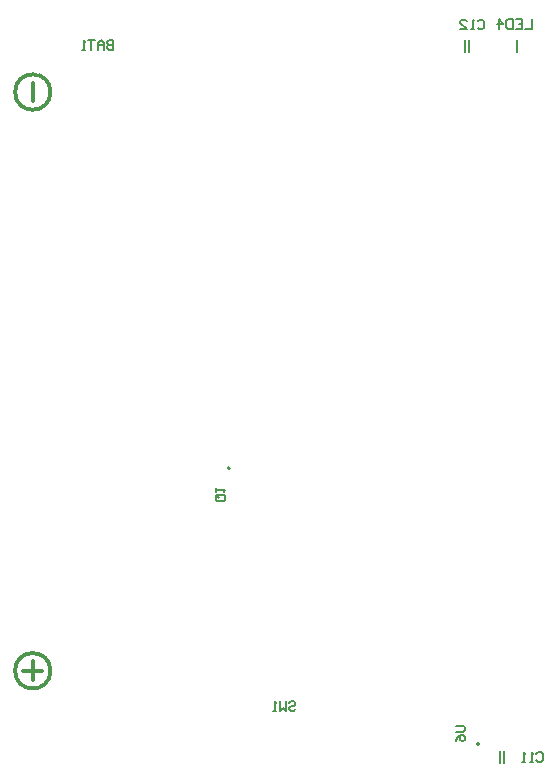
<source format=gbr>
%TF.GenerationSoftware,Altium Limited,Altium Designer,24.10.1 (45)*%
G04 Layer_Color=32896*
%FSLAX45Y45*%
%MOMM*%
%TF.SameCoordinates,5FB93C32-CF51-4A86-A7AC-1E4FFFE00694*%
%TF.FilePolarity,Positive*%
%TF.FileFunction,Legend,Bot*%
%TF.Part,Single*%
G01*
G75*
%TA.AperFunction,NonConductor*%
%ADD27C,0.20000*%
%ADD28C,0.12700*%
%ADD29C,0.15000*%
%ADD31C,0.30000*%
D27*
X2220000Y2564999D02*
G03*
X2220000Y2564999I-10000J0D01*
G01*
X4330000Y230000D02*
G03*
X4330000Y230000I-10000J0D01*
G01*
X4650000Y6090000D02*
Y6190000D01*
D28*
X4502220Y72380D02*
Y167620D01*
X4537780Y72380D02*
Y167620D01*
X4212220Y6092380D02*
Y6187620D01*
X4247780Y6092380D02*
Y6187620D01*
D29*
X4316744Y6347345D02*
X4330073Y6360674D01*
X4356731D01*
X4370060Y6347345D01*
Y6294029D01*
X4356731Y6280700D01*
X4330073D01*
X4316744Y6294029D01*
X4290086Y6280700D02*
X4263428D01*
X4276757D01*
Y6360674D01*
X4290086Y6347345D01*
X4170125Y6280700D02*
X4223441D01*
X4170125Y6334016D01*
Y6347345D01*
X4183453Y6360674D01*
X4210111D01*
X4223441Y6347345D01*
X4130013Y386645D02*
X4196658D01*
X4209987Y373316D01*
Y346658D01*
X4196658Y333329D01*
X4130013D01*
Y253355D02*
X4143342Y280013D01*
X4170000Y306671D01*
X4196658D01*
X4209987Y293342D01*
Y266683D01*
X4196658Y253355D01*
X4183329D01*
X4170000Y266683D01*
Y306671D01*
X2719987Y576658D02*
X2733316Y589987D01*
X2759974D01*
X2773303Y576658D01*
Y563329D01*
X2759974Y550000D01*
X2733316D01*
X2719987Y536671D01*
Y523342D01*
X2733316Y510013D01*
X2759974D01*
X2773303Y523342D01*
X2693329Y589987D02*
Y510013D01*
X2666671Y536671D01*
X2640013Y510013D01*
Y589987D01*
X2613355Y510013D02*
X2586697D01*
X2600026D01*
Y589987D01*
X2613355Y576658D01*
X2113342Y2340000D02*
X2166658D01*
X2179987Y2326671D01*
Y2300013D01*
X2166658Y2286684D01*
X2113342D01*
X2100013Y2300013D01*
Y2326671D01*
X2126671Y2313342D02*
X2100013Y2340000D01*
Y2326671D02*
X2113342Y2340000D01*
X2100013Y2366658D02*
Y2393316D01*
Y2379987D01*
X2179987D01*
X2166658Y2366658D01*
X4773920Y6365474D02*
Y6285500D01*
X4720604D01*
X4640630Y6365474D02*
X4693946D01*
Y6285500D01*
X4640630D01*
X4693946Y6325487D02*
X4667288D01*
X4613972Y6365474D02*
Y6285500D01*
X4573985D01*
X4560656Y6298829D01*
Y6352145D01*
X4573985Y6365474D01*
X4613972D01*
X4494010Y6285500D02*
Y6365474D01*
X4533998Y6325487D01*
X4480681D01*
X4813323Y146658D02*
X4826652Y159987D01*
X4853310D01*
X4866639Y146658D01*
Y93342D01*
X4853310Y80013D01*
X4826652D01*
X4813323Y93342D01*
X4786665Y80013D02*
X4760006D01*
X4773335D01*
Y159987D01*
X4786665Y146658D01*
X4720019Y80013D02*
X4693361D01*
X4706690D01*
Y159987D01*
X4720019Y146658D01*
X1233290Y6189987D02*
Y6110013D01*
X1193303D01*
X1179974Y6123342D01*
Y6136671D01*
X1193303Y6150000D01*
X1233290D01*
X1193303D01*
X1179974Y6163329D01*
Y6176658D01*
X1193303Y6189987D01*
X1233290D01*
X1153316Y6110013D02*
Y6163329D01*
X1126658Y6189987D01*
X1100000Y6163329D01*
Y6110013D01*
Y6150000D01*
X1153316D01*
X1073342Y6189987D02*
X1020026D01*
X1046684D01*
Y6110013D01*
X993368D02*
X966710D01*
X980039D01*
Y6189987D01*
X993368Y6176658D01*
D31*
X700000Y5750000D02*
G03*
X700000Y5750000I-150000J0D01*
G01*
Y850000D02*
G03*
X700000Y850000I-150000J0D01*
G01*
X550000Y5670000D02*
Y5830000D01*
X470000Y850000D02*
X630000D01*
X550000Y770000D02*
Y930000D01*
%TF.MD5,6016a2ce4273bb38e7b996b6fa8f0f48*%
M02*

</source>
